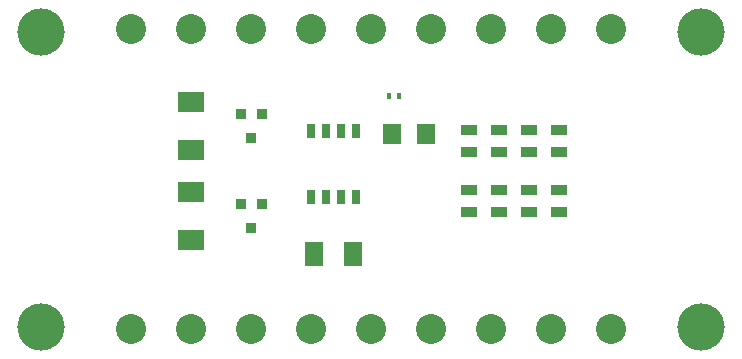
<source format=gts>
G04 (created by PCBNEW (2013-07-07 BZR 4022)-stable) date 25/7/2559 14:55:53*
%MOIN*%
G04 Gerber Fmt 3.4, Leading zero omitted, Abs format*
%FSLAX34Y34*%
G01*
G70*
G90*
G04 APERTURE LIST*
%ADD10C,0.00590551*%
%ADD11R,0.036X0.036*%
%ADD12R,0.025X0.05*%
%ADD13R,0.06X0.08*%
%ADD14R,0.055X0.035*%
%ADD15R,0.0157X0.0236*%
%ADD16R,0.0629X0.0709*%
%ADD17R,0.0866X0.0709*%
%ADD18C,0.1*%
%ADD19C,0.1575*%
G04 APERTURE END LIST*
G54D10*
G54D11*
X51250Y-36650D03*
X51950Y-36650D03*
X51600Y-37450D03*
X51250Y-39650D03*
X51950Y-39650D03*
X51600Y-40450D03*
G54D12*
X53600Y-39400D03*
X54100Y-39400D03*
X54600Y-39400D03*
X55100Y-39400D03*
X55100Y-37200D03*
X54600Y-37200D03*
X54100Y-37200D03*
X53600Y-37200D03*
G54D13*
X53700Y-41300D03*
X55000Y-41300D03*
G54D14*
X61850Y-39925D03*
X61850Y-39175D03*
X61850Y-37175D03*
X61850Y-37925D03*
X60850Y-37925D03*
X60850Y-37175D03*
X59850Y-37925D03*
X59850Y-37175D03*
X58850Y-37925D03*
X58850Y-37175D03*
X59850Y-39175D03*
X59850Y-39925D03*
X60850Y-39925D03*
X60850Y-39175D03*
X58850Y-39175D03*
X58850Y-39925D03*
G54D15*
X56173Y-36050D03*
X56527Y-36050D03*
G54D16*
X57409Y-37300D03*
X56291Y-37300D03*
G54D17*
X49600Y-39260D03*
X49600Y-40840D03*
X49600Y-36260D03*
X49600Y-37840D03*
G54D18*
X53600Y-33800D03*
X51600Y-33800D03*
X55600Y-33800D03*
X49600Y-33800D03*
X47600Y-33800D03*
X53600Y-43800D03*
X55600Y-43800D03*
X57600Y-43800D03*
X59600Y-43800D03*
X61600Y-43800D03*
X63600Y-43800D03*
X47600Y-43800D03*
X49600Y-43800D03*
X51600Y-43800D03*
X59600Y-33800D03*
X57600Y-33800D03*
X63600Y-33800D03*
X61600Y-33800D03*
G54D19*
X66600Y-33900D03*
X66600Y-43742D03*
X44600Y-33900D03*
X44600Y-43742D03*
M02*

</source>
